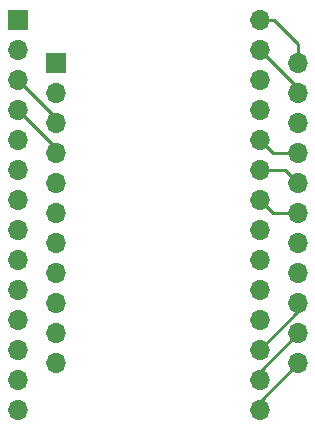
<source format=gbr>
G04 #@! TF.GenerationSoftware,KiCad,Pcbnew,(5.1.5)-3*
G04 #@! TF.CreationDate,2020-05-03T22:18:41-05:00*
G04 #@! TF.ProjectId,SoundAdapter28Pto22P,536f756e-6441-4646-9170-746572323850,rev?*
G04 #@! TF.SameCoordinates,Original*
G04 #@! TF.FileFunction,Copper,L1,Top*
G04 #@! TF.FilePolarity,Positive*
%FSLAX46Y46*%
G04 Gerber Fmt 4.6, Leading zero omitted, Abs format (unit mm)*
G04 Created by KiCad (PCBNEW (5.1.5)-3) date 2020-05-03 22:18:41*
%MOMM*%
%LPD*%
G04 APERTURE LIST*
%ADD10R,1.700000X1.700000*%
%ADD11O,1.700000X1.700000*%
%ADD12C,0.250000*%
G04 APERTURE END LIST*
D10*
X116696501Y-84130501D03*
D11*
X137196501Y-84130501D03*
X116696501Y-86670501D03*
X137196501Y-86670501D03*
X116696501Y-89210501D03*
X137196501Y-89210501D03*
X116696501Y-91750501D03*
X137196501Y-91750501D03*
X116696501Y-94290501D03*
X137196501Y-94290501D03*
X116696501Y-96830501D03*
X137196501Y-96830501D03*
X116696501Y-99370501D03*
X137196501Y-99370501D03*
X116696501Y-101910501D03*
X137196501Y-101910501D03*
X116696501Y-104450501D03*
X137196501Y-104450501D03*
X116696501Y-106990501D03*
X137196501Y-106990501D03*
X116696501Y-109530501D03*
X137196501Y-109530501D03*
X116696501Y-112070501D03*
X137196501Y-112070501D03*
X116696501Y-114610501D03*
X137196501Y-114610501D03*
X116696501Y-117150501D03*
X137196501Y-117150501D03*
X140451500Y-113220500D03*
X119951500Y-113220500D03*
X140451500Y-110680500D03*
X119951500Y-110680500D03*
X140451500Y-108140500D03*
X119951500Y-108140500D03*
X140451500Y-105600500D03*
X119951500Y-105600500D03*
X140451500Y-103060500D03*
X119951500Y-103060500D03*
X140451500Y-100520500D03*
X119951500Y-100520500D03*
X140451500Y-97980500D03*
X119951500Y-97980500D03*
X140451500Y-95440500D03*
X119951500Y-95440500D03*
X140451500Y-92900500D03*
X119951500Y-92900500D03*
X140451500Y-90360500D03*
X119951500Y-90360500D03*
X140451500Y-87820500D03*
D10*
X119951500Y-87820500D03*
D12*
X137196501Y-116475499D02*
X137196501Y-117150501D01*
X140451500Y-113220500D02*
X137196501Y-116475499D01*
X137196501Y-113935499D02*
X137196501Y-114610501D01*
X140451500Y-110680500D02*
X137196501Y-113935499D01*
X140451500Y-108815502D02*
X140451500Y-108140500D01*
X137196501Y-112070501D02*
X140451500Y-108815502D01*
X138346500Y-100520500D02*
X140451500Y-100520500D01*
X137196501Y-99370501D02*
X138346500Y-100520500D01*
X139301501Y-96830501D02*
X140451500Y-97980500D01*
X137196501Y-96830501D02*
X139301501Y-96830501D01*
X138346500Y-95440500D02*
X140451500Y-95440500D01*
X137196501Y-94290501D02*
X138346500Y-95440500D01*
X119951500Y-95005500D02*
X119951500Y-95440500D01*
X116696501Y-91750501D02*
X119951500Y-95005500D01*
X119951500Y-92465500D02*
X119951500Y-92900500D01*
X116696501Y-89210501D02*
X119951500Y-92465500D01*
X140451500Y-89925500D02*
X140451500Y-90360500D01*
X137196501Y-86670501D02*
X140451500Y-89925500D01*
X140451500Y-86618419D02*
X140451500Y-87820500D01*
X140451500Y-86183419D02*
X140451500Y-86618419D01*
X138398582Y-84130501D02*
X140451500Y-86183419D01*
X137196501Y-84130501D02*
X138398582Y-84130501D01*
M02*

</source>
